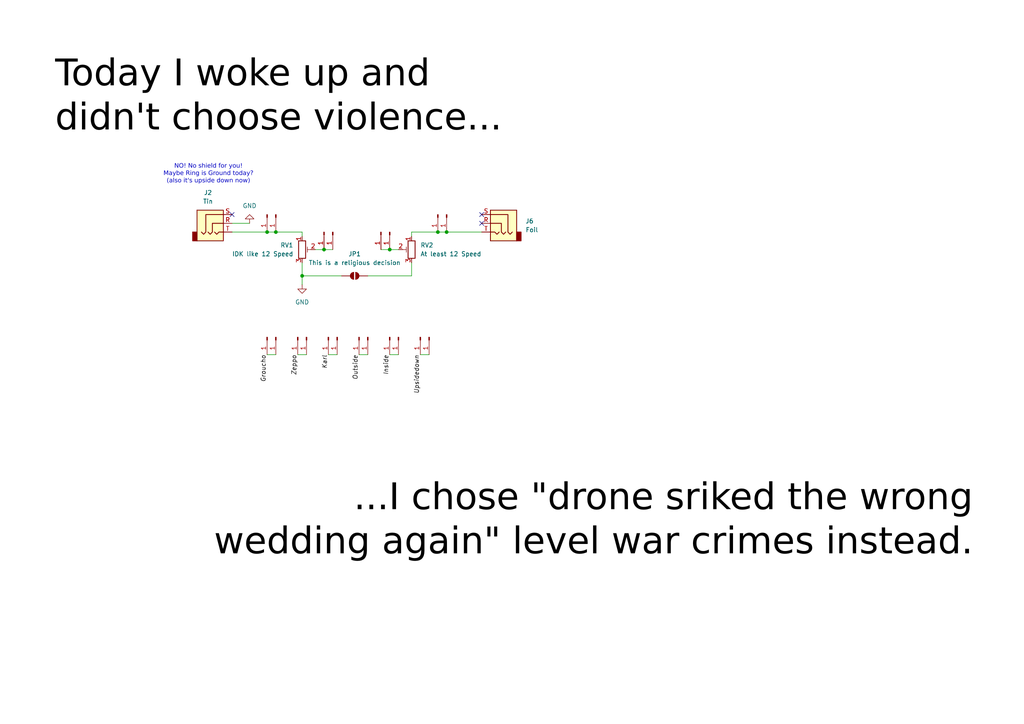
<source format=kicad_sch>
(kicad_sch (version 20231120) (generator "eeschema") (generator_version "8.0")
  (paper "A4")
  (lib_symbols
    (symbol "Connector:Conn_01x01_Pin" (pin_names (offset 1.016) hide)
      (property "Reference" "J" (at 0 2.54 0))
      (property "Value" "Conn_01x01_Pin" (at 0 -2.54 0))
      (symbol "Conn_01x01_Pin_1_1"
        (polyline (pts (xy 1.27 0) (xy 0.8636 0)) (stroke (width 0.1524)))
        (rectangle (start 0.8636 0.127) (end 0 -0.127) (stroke (width 0.1524)) (fill (type outline)))
        (pin passive line (at 5.08 0 180) (length 3.81) (name "Pin_1") (number "1"))
      )
    )
    (symbol "Connector_Audio:AudioJack3"
      (property "Reference" "J" (at 0 8.89 0))
      (property "Value" "AudioJack3" (at 0 6.35 0))
      (symbol "AudioJack3_0_1"
        (rectangle (start -5.08 -5.08) (end -6.35 -2.54) (stroke (width 0.254)) (fill (type outline)))
        (polyline (pts (xy 0 -2.54) (xy 0.635 -3.175) (xy 1.27 -2.54) (xy 2.54 -2.54)) (stroke (width 0.254)))
        (polyline (pts (xy -1.905 -2.54) (xy -1.27 -3.175) (xy -0.635 -2.54) (xy -0.635 0) (xy 2.54 0)) (stroke (width 0.254)))
        (polyline (pts (xy 2.54 2.54) (xy -2.54 2.54) (xy -2.54 -2.54) (xy -3.175 -3.175) (xy -3.81 -2.54)) (stroke (width 0.254)))
        (rectangle (start 2.54 3.81) (end -5.08 -5.08) (stroke (width 0.254)) (fill (type background)))
      )
      (symbol "AudioJack3_1_1"
        (pin passive line (at 5.08 0 180) (length 2.54) (name "~") (number "R"))
        (pin passive line (at 5.08 2.54 180) (length 2.54) (name "~") (number "S"))
        (pin passive line (at 5.08 -2.54 180) (length 2.54) (name "~") (number "T"))
      )
    )
    (symbol "Device:R_Potentiometer_Trim" (pin_names (offset 1.016) hide)
      (property "Reference" "RV" (at -4.445 0 90))
      (property "Value" "R_Potentiometer_Trim" (at -2.54 0 90))
      (symbol "R_Potentiometer_Trim_0_1"
        (polyline (pts (xy 1.524 0.762) (xy 1.524 -0.762)))
        (polyline (pts (xy 2.54 0) (xy 1.524 0)))
        (rectangle (start 1.016 2.54) (end -1.016 -2.54) (stroke (width 0.254)))
      )
      (symbol "R_Potentiometer_Trim_1_1"
        (pin passive line (at 0 3.81 270) (length 1.27) (name "1") (number "1"))
        (pin passive line (at 3.81 0 180) (length 1.27) (name "2") (number "2"))
        (pin passive line (at 0 -3.81 90) (length 1.27) (name "3") (number "3"))
      )
    )
    (symbol "Jumper:SolderJumper_2_Open" (pin_numbers hide) (pin_names (offset 0) hide) (exclude_from_sim yes) (in_bom no)
      (property "Reference" "JP" (at 0 2.032 0))
      (property "Value" "SolderJumper_2_Open" (at 0 -2.54 0))
      (symbol "SolderJumper_2_Open_0_1"
        (arc (start -0.254 1.016) (mid -1.2656 0) (end -0.254 -1.016))
        (arc (start -0.254 1.016) (mid -1.2656 0) (end -0.254 -1.016) (fill (type outline)))
        (polyline (pts (xy -0.254 1.016) (xy -0.254 -1.016)))
        (polyline (pts (xy 0.254 1.016) (xy 0.254 -1.016)))
        (arc (start 0.254 -1.016) (mid 1.2656 0) (end 0.254 1.016))
        (arc (start 0.254 -1.016) (mid 1.2656 0) (end 0.254 1.016) (fill (type outline)))
      )
      (symbol "SolderJumper_2_Open_1_1"
        (pin passive line (at -3.81 0 0) (length 2.54) (name "A") (number "1"))
        (pin passive line (at 3.81 0 180) (length 2.54) (name "B") (number "2"))
      )
    )
    (symbol "power:GND" (power) (pin_numbers hide) (pin_names (offset 0) hide)
      (property "Value" "GND" (at 0 -3.81 0))
      (symbol "GND_0_1"
        (polyline (pts (xy 0 0) (xy 0 -1.27) (xy 1.27 -1.27) (xy 0 -2.54) (xy -1.27 -1.27) (xy 0 -1.27)))
      )
      (symbol "GND_1_1"
        (pin power_in line (at 0 0 270) (length 0) (name "~") (number "1"))
      )
    )
  )
  (junction (at 87.63 80.01))
  (junction (at 93.98 72.39))
  (junction (at 77.47 67.31))
  (junction (at 80.01 67.31))
  (junction (at 113.03 72.39))
  (junction (at 127 67.31))
  (junction (at 129.54 67.31))
  (no_connect (at 139.7 64.77))
  (no_connect (at 67.31 62.23))
  (no_connect (at 139.7 62.23))
  (wire (pts (xy 77.47 67.31) (xy 80.01 67.31)))
  (wire (pts (xy 87.63 68.58) (xy 87.63 67.31)))
  (wire (pts (xy 93.98 72.39) (xy 96.52 72.39)))
  (wire (pts (xy 104.14 102.87) (xy 106.68 102.87)))
  (wire (pts (xy 121.92 102.87) (xy 124.46 102.87)))
  (wire (pts (xy 113.03 102.87) (xy 115.57 102.87)))
  (wire (pts (xy 87.63 80.01) (xy 87.63 76.2)))
  (wire (pts (xy 91.44 72.39) (xy 93.98 72.39)))
  (wire (pts (xy 106.68 80.01) (xy 119.38 80.01)))
  (wire (pts (xy 119.38 76.2) (xy 119.38 80.01)))
  (wire (pts (xy 99.06 80.01) (xy 87.63 80.01)))
  (wire (pts (xy 72.39 64.77) (xy 67.31 64.77)))
  (wire (pts (xy 119.38 67.31) (xy 127 67.31)))
  (wire (pts (xy 87.63 82.55) (xy 87.63 80.01)))
  (wire (pts (xy 113.03 72.39) (xy 110.49 72.39)))
  (wire (pts (xy 86.36 102.87) (xy 88.9 102.87)))
  (wire (pts (xy 129.54 67.31) (xy 127 67.31)))
  (wire (pts (xy 139.7 67.31) (xy 129.54 67.31)))
  (wire (pts (xy 77.47 102.87) (xy 80.01 102.87)))
  (wire (pts (xy 95.25 102.87) (xy 97.79 102.87)))
  (wire (pts (xy 119.38 68.58) (xy 119.38 67.31)))
  (wire (pts (xy 113.03 72.39) (xy 115.57 72.39)))
  (wire (pts (xy 87.63 67.31) (xy 80.01 67.31)))
  (wire (pts (xy 67.31 67.31) (xy 77.47 67.31)))
  (text "NO! No shield for you!\nMaybe Ring is Ground today?\n(also it's upside down now)" (at 60.452 50.8 0) (effects (font (size 1.27 1.27) (italic yes))))
  (text "...I chose \"drone sriked the wrong\nwedding again\" level war crimes instead." (at 282.194 142.24 0) (effects (font (size 7.62 7.62)) (justify right top)))
  (text "Today I woke up and \ndidn't choose violence..." (at 16.002 19.304 0) (effects (font (size 7.62 7.62)) (justify left top)))
  (label "Upsidedown" (at 121.92 102.87 270) (effects (font (italic yes))))
  (label "Outside" (at 104.14 102.87 270) (effects (font (italic yes))))
  (label "Zeppo" (at 86.36 102.87 270) (effects (font (italic yes))))
  (label "Karl" (at 95.25 102.87 270) (effects (font (italic yes))))
  (label "Groucho" (at 77.47 102.87 270) (effects (font (italic yes))))
  (label "Inside" (at 113.03 102.87 270) (effects (font (italic yes))))
  (symbol (lib_id "Connector:Conn_01x01_Pin") (at 77.47 97.79 270) (unit 1)
    (property "Reference" "J11" (effects (hide yes)))
    (property "Footprint" "AT-Footprints:Turret - MILMAX_2501-2-00-80-00-00-07-0" (effects (hide yes)))
    (property "Description" "Generic connector, single row, 01x01, script generated" (effects (hide yes)))
  )
  (symbol (lib_id "Jumper:SolderJumper_2_Open") (at 102.87 80.01 0) (unit 1) (exclude_from_sim yes) (in_bom no)
    (property "Reference" "JP1" (at 102.87 73.66 0))
    (property "Value" "This is a religious decision" (at 102.87 76.2 0))
    (property "Footprint" "Jumper:SolderJumper-2_P1.3mm_Open_RoundedPad1.0x1.5mm" (effects (hide yes)))
    (property "Description" "Solder Jumper, 2-pole, open" (effects (hide yes)))
  )
  (symbol (lib_id "Connector:Conn_01x01_Pin") (at 124.46 97.79 270) (unit 1)
    (property "Reference" "J18" (effects (hide yes)))
    (property "Footprint" "AT-Footprints:Turret - MILMAX_2501-2-00-80-00-00-07-0" (effects (hide yes)))
    (property "Description" "Generic connector, single row, 01x01, script generated" (effects (hide yes)))
  )
  (symbol (lib_id "Connector:Conn_01x01_Pin") (at 127 62.23 90) (mirror x) (unit 1)
    (property "Reference" "J8" (effects (hide yes)))
    (property "Footprint" "AT-Footprints:Turret - MILMAX_2501-2-00-80-00-00-07-0" (effects (hide yes)))
    (property "Description" "Generic connector, single row, 01x01, script generated" (effects (hide yes)))
  )
  (symbol (lib_id "Connector:Conn_01x01_Pin") (at 110.49 67.31 90) (mirror x) (unit 1)
    (property "Reference" "J10" (effects (hide yes)))
    (property "Footprint" "AT-Footprints:Turret - MILMAX_2501-2-00-80-00-00-07-0" (effects (hide yes)))
    (property "Description" "Generic connector, single row, 01x01, script generated" (effects (hide yes)))
  )
  (symbol (lib_id "Connector:Conn_01x01_Pin") (at 115.57 97.79 270) (unit 1)
    (property "Reference" "J22" (effects (hide yes)))
    (property "Footprint" "AT-Footprints:Turret - MILMAX_2501-2-00-80-00-00-07-0" (effects (hide yes)))
    (property "Description" "Generic connector, single row, 01x01, script generated" (effects (hide yes)))
  )
  (symbol (lib_id "Connector:Conn_01x01_Pin") (at 77.47 62.23 270) (unit 1)
    (property "Reference" "J1" (effects (hide yes)))
    (property "Footprint" "AT-Footprints:Turret - MILMAX_2501-2-00-80-00-00-07-0" (effects (hide yes)))
    (property "Description" "Generic connector, single row, 01x01, script generated" (effects (hide yes)))
  )
  (symbol (lib_id "Connector:Conn_01x01_Pin") (at 121.92 97.79 270) (unit 1)
    (property "Reference" "J17" (effects (hide yes)))
    (property "Footprint" "AT-Footprints:Turret - MILMAX_2501-2-00-80-00-00-07-0" (effects (hide yes)))
    (property "Description" "Generic connector, single row, 01x01, script generated" (effects (hide yes)))
  )
  (symbol (lib_id "Connector:Conn_01x01_Pin") (at 88.9 97.79 270) (unit 1)
    (property "Reference" "J20" (effects (hide yes)))
    (property "Footprint" "AT-Footprints:Turret - MILMAX_2501-2-00-80-00-00-07-0" (effects (hide yes)))
    (property "Description" "Generic connector, single row, 01x01, script generated" (effects (hide yes)))
  )
  (symbol (lib_id "Connector:Conn_01x01_Pin") (at 95.25 97.79 270) (unit 1)
    (property "Reference" "J15" (effects (hide yes)))
    (property "Footprint" "AT-Footprints:Turret - MILMAX_2501-2-00-80-00-00-07-0" (effects (hide yes)))
    (property "Description" "Generic connector, single row, 01x01, script generated" (effects (hide yes)))
  )
  (symbol (lib_id "Device:R_Potentiometer_Trim") (at 119.38 72.39 0) (mirror y) (unit 1)
    (property "Reference" "RV2" (at 121.92 71.1199 0) (effects (justify right)))
    (property "Value" "At least 12 Speed" (at 121.92 73.6599 0) (effects (justify right)))
    (property "Footprint" "Potentiometer_SMD:Potentiometer_Bourns_3314G_Vertical" (effects (hide yes)))
    (property "Description" "Trim-potentiometer" (effects (hide yes)))
  )
  (symbol (lib_id "Connector:Conn_01x01_Pin") (at 80.01 62.23 270) (unit 1)
    (property "Reference" "J3" (effects (hide yes)))
    (property "Footprint" "AT-Footprints:Turret - MILMAX_2501-2-00-80-00-00-07-0" (effects (hide yes)))
    (property "Description" "Generic connector, single row, 01x01, script generated" (effects (hide yes)))
  )
  (symbol (lib_id "Connector:Conn_01x01_Pin") (at 104.14 97.79 270) (unit 1)
    (property "Reference" "J13" (effects (hide yes)))
    (property "Footprint" "AT-Footprints:Turret - MILMAX_2501-2-00-80-00-00-07-0" (effects (hide yes)))
    (property "Description" "Generic connector, single row, 01x01, script generated" (effects (hide yes)))
  )
  (symbol (lib_id "Connector:Conn_01x01_Pin") (at 86.36 97.79 270) (unit 1)
    (property "Reference" "J19" (effects (hide yes)))
    (property "Footprint" "AT-Footprints:Turret - MILMAX_2501-2-00-80-00-00-07-0" (effects (hide yes)))
    (property "Description" "Generic connector, single row, 01x01, script generated" (effects (hide yes)))
  )
  (symbol (lib_id "Connector_Audio:AudioJack3") (at 62.23 64.77 0) (unit 1)
    (property "Reference" "J2" (at 60.325 55.88 0))
    (property "Value" "Tin" (at 60.325 58.42 0))
    (property "Footprint" "Connector_Audio:Jack_3.5mm_CUI_SJ-3523-SMT_Horizontal" (effects (hide yes)))
    (property "Description" "Audio Jack, 3 Poles (Stereo / TRS)" (effects (hide yes)))
  )
  (symbol (lib_id "Connector:Conn_01x01_Pin") (at 97.79 97.79 270) (unit 1)
    (property "Reference" "J16" (effects (hide yes)))
    (property "Footprint" "AT-Footprints:Turret - MILMAX_2501-2-00-80-00-00-07-0" (effects (hide yes)))
    (property "Description" "Generic connector, single row, 01x01, script generated" (effects (hide yes)))
  )
  (symbol (lib_id "power:GND") (at 87.63 82.55 0) (unit 1)
    (property "Reference" "#PWR01" (effects (hide yes)))
    (property "Value" "GND" (at 87.63 87.63 0))
    (property "Description" "Power symbol creates a global label with name \"GND\" , ground" (effects (hide yes)))
  )
  (symbol (lib_id "Connector:Conn_01x01_Pin") (at 80.01 97.79 270) (unit 1)
    (property "Reference" "J12" (effects (hide yes)))
    (property "Footprint" "AT-Footprints:Turret - MILMAX_2501-2-00-80-00-00-07-0" (effects (hide yes)))
    (property "Description" "Generic connector, single row, 01x01, script generated" (effects (hide yes)))
  )
  (symbol (lib_id "Connector:Conn_01x01_Pin") (at 113.03 97.79 270) (unit 1)
    (property "Reference" "J21" (effects (hide yes)))
    (property "Footprint" "AT-Footprints:Turret - MILMAX_2501-2-00-80-00-00-07-0" (effects (hide yes)))
    (property "Description" "Generic connector, single row, 01x01, script generated" (effects (hide yes)))
  )
  (symbol (lib_id "Device:R_Potentiometer_Trim") (at 87.63 72.39 0) (unit 1)
    (property "Reference" "RV1" (at 85.09 71.1199 0) (effects (justify right)))
    (property "Value" "IDK like 12 Speed" (at 85.09 73.6599 0) (effects (justify right)))
    (property "Footprint" "Potentiometer_SMD:Potentiometer_Bourns_3314G_Vertical" (effects (hide yes)))
    (property "Description" "Trim-potentiometer" (effects (hide yes)))
  )
  (symbol (lib_id "Connector:Conn_01x01_Pin") (at 129.54 62.23 90) (mirror x) (unit 1)
    (property "Reference" "J7" (effects (hide yes)))
    (property "Footprint" "AT-Footprints:Turret - MILMAX_2501-2-00-80-00-00-07-0" (effects (hide yes)))
    (property "Description" "Generic connector, single row, 01x01, script generated" (effects (hide yes)))
  )
  (symbol (lib_id "power:GND") (at 72.39 64.77 0) (mirror x) (unit 1)
    (property "Reference" "#PWR02" (effects (hide yes)))
    (property "Value" "GND" (at 72.39 59.69 0))
    (property "Description" "Power symbol creates a global label with name \"GND\" , ground" (effects (hide yes)))
  )
  (symbol (lib_id "Connector:Conn_01x01_Pin") (at 106.68 97.79 270) (unit 1)
    (property "Reference" "J14" (effects (hide yes)))
    (property "Footprint" "AT-Footprints:Turret - MILMAX_2501-2-00-80-00-00-07-0" (effects (hide yes)))
    (property "Description" "Generic connector, single row, 01x01, script generated" (effects (hide yes)))
  )
  (symbol (lib_id "Connector:Conn_01x01_Pin") (at 93.98 67.31 270) (unit 1)
    (property "Reference" "J4" (effects (hide yes)))
    (property "Footprint" "AT-Footprints:Turret - MILMAX_2501-2-00-80-00-00-07-0" (effects (hide yes)))
    (property "Description" "Generic connector, single row, 01x01, script generated" (effects (hide yes)))
  )
  (symbol (lib_id "Connector:Conn_01x01_Pin") (at 113.03 67.31 90) (mirror x) (unit 1)
    (property "Reference" "J9" (effects (hide yes)))
    (property "Footprint" "AT-Footprints:Turret - MILMAX_2501-2-00-80-00-00-07-0" (effects (hide yes)))
    (property "Description" "Generic connector, single row, 01x01, script generated" (effects (hide yes)))
  )
  (symbol (lib_id "Connector:Conn_01x01_Pin") (at 96.52 67.31 270) (unit 1)
    (property "Reference" "J5" (effects (hide yes)))
    (property "Footprint" "AT-Footprints:Turret - MILMAX_2501-2-00-80-00-00-07-0" (effects (hide yes)))
    (property "Description" "Generic connector, single row, 01x01, script generated" (effects (hide yes)))
  )
  (symbol (lib_id "Connector_Audio:AudioJack3") (at 144.78 64.77 0) (mirror y) (unit 1)
    (property "Reference" "J6" (at 152.4 64.1349 0) (effects (justify right)))
    (property "Value" "Foil" (at 152.4 66.6749 0) (effects (justify right)))
    (property "Footprint" "Connector_Audio:Jack_3.5mm_CUI_SJ-3523-SMT_Horizontal" (effects (hide yes)))
    (property "Description" "Audio Jack, 3 Poles (Stereo / TRS)" (effects (hide yes)))
  )
)
</source>
